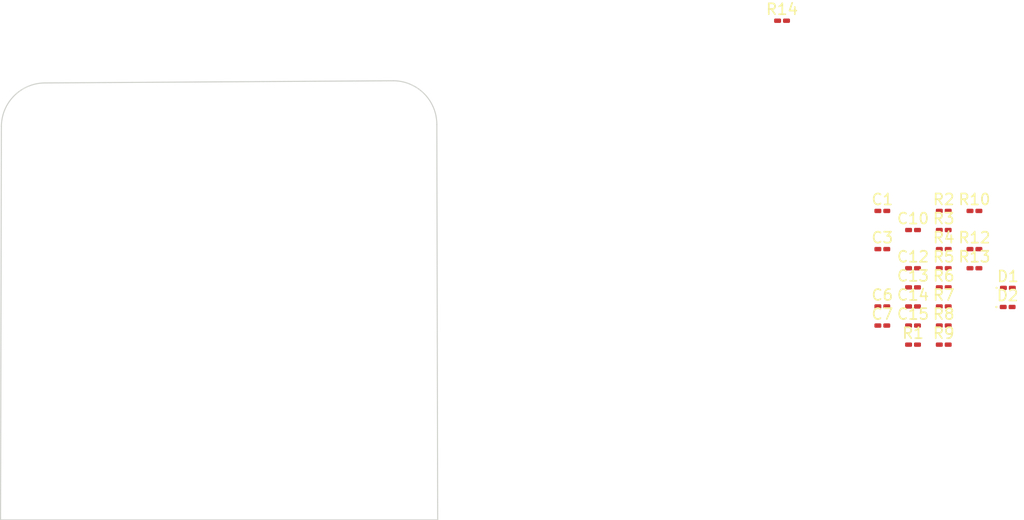
<source format=kicad_pcb>
(kicad_pcb (version 20221018) (generator pcbnew)
  (layers (0 "F.Cu" signal) (31 "B.Cu" signal) (34 "B.Paste" user) (35 "F.Paste" user) (36 "B.SilkS" user "B.Silkscreen") (37 "F.SilkS" user "F.Silkscreen") (38 "B.Mask" user) (39 "F.Mask" user) (44 "Edge.Cuts" user))
  (net 0 "")
  (net 1 "3.3v")
  (net 2 "VSS")
  (net 3 "Net-(U1-PF0)")
  (net 4 "Net-(C7-Pad1)")
  (net 5 "Net-(U2-C1P)")
  (net 6 "2.7v")
  (net 7 "Net-(D1-K)")
  (net 8 "SWDIO")
  (net 9 "Net-(D2-K)")
  (net 10 "SWCLK")
  (net 11 ".")
  (net 12 "..")
  (net 13 "...")
  (net 14 "Enter")
  (net 15 "....")
  (net 16 "HPS")
  (net 17 "Net-(U1-PF1)")
  (net 18 "Net-(U1-VDD)")
  (net 19 "Net-(U2-DVDD)")
  (net 20 "Net-(U3-ADJ)")
  (footprint "Capacitor_SMD:C_0201_0603Metric_Pad0.64x0.40mm_HandSolder" (layer "F.Cu") (at 240.496 84.45)
    (fp_text reference "C12" (at 0 -1.05) (layer "F.SilkS"))
    (fp_text value "1uF")
    (pad "1" smd roundrect (at -0.4075 0) (size 0.635 0.4) (layers "F.Cu" "F.Mask") (net 6 "2.7v"))
    (pad "2" smd roundrect (at 0.4075 0) (size 0.635 0.4) (layers "F.Cu" "F.Mask") (net 2 "VSS"))
  )
  (footprint "Resistor_SMD:R_0201_0603Metric_Pad0.64x0.40mm_HandSolder" (layer "F.Cu") (at 246.116 79.2)
    (fp_text reference "R10" (at 0 -1.05) (layer "F.SilkS"))
    (fp_text value "300")
    (pad "1" smd roundrect (at -0.4075 0) (size 0.635 0.4) (layers "F.Cu" "F.Mask") (net 19 "Net-(U2-DVDD)"))
    (pad "2" smd roundrect (at 0.4075 0) (size 0.635 0.4) (layers "F.Cu" "F.Mask") (net 6 "2.7v"))
  )
  (footprint "Resistor_SMD:R_0201_0603Metric_Pad0.64x0.40mm_HandSolder" (layer "F.Cu") (at 228.51 61.78)
    (fp_text reference "R14" (at 0 -1.05) (layer "F.SilkS"))
    (fp_text value "1k")
    (pad "1" smd roundrect (at -0.4075 0) (size 0.635 0.4) (layers "F.Cu" "F.Mask") (net 16 "HPS"))
    (pad "2" smd roundrect (at 0.4075 0) (size 0.635 0.4) (layers "F.Cu" "F.Mask") (net 1 "3.3v"))
  )
  (footprint "Resistor_SMD:R_0201_0603Metric_Pad0.64x0.40mm_HandSolder" (layer "F.Cu") (at 243.306 89.7)
    (fp_text reference "R8" (at 0 -1.05) (layer "F.SilkS"))
    (fp_text value "1k")
    (pad "1" smd roundrect (at -0.4075 0) (size 0.635 0.4) (layers "F.Cu" "F.Mask") (net 2 "VSS"))
    (pad "2" smd roundrect (at 0.4075 0) (size 0.635 0.4) (layers "F.Cu" "F.Mask") (net 9 "Net-(D2-K)"))
  )
  (footprint "Resistor_SMD:R_0201_0603Metric_Pad0.64x0.40mm_HandSolder" (layer "F.Cu") (at 243.306 79.2)
    (fp_text reference "R2" (at 0 -1.05) (layer "F.SilkS"))
    (fp_text value "1k")
    (pad "1" smd roundrect (at -0.4075 0) (size 0.635 0.4) (layers "F.Cu" "F.Mask") (net 1 "3.3v"))
    (pad "2" smd roundrect (at 0.4075 0) (size 0.635 0.4) (layers "F.Cu" "F.Mask") (net 11 "."))
  )
  (footprint "Resistor_SMD:R_0201_0603Metric_Pad0.64x0.40mm_HandSolder" (layer "F.Cu") (at 243.306 87.95)
    (fp_text reference "R7" (at 0 -1.05) (layer "F.SilkS"))
    (fp_text value "1k")
    (pad "1" smd roundrect (at -0.4075 0) (size 0.635 0.4) (layers "F.Cu" "F.Mask") (net 2 "VSS"))
    (pad "2" smd roundrect (at 0.4075 0) (size 0.635 0.4) (layers "F.Cu" "F.Mask") (net 7 "Net-(D1-K)"))
  )
  (footprint "Capacitor_SMD:C_0201_0603Metric_Pad0.64x0.40mm_HandSolder" (layer "F.Cu") (at 237.686 82.7)
    (fp_text reference "C3" (at 0 -1.05) (layer "F.SilkS"))
    (fp_text value "100nF")
    (pad "1" smd roundrect (at -0.4075 0) (size 0.635 0.4) (layers "F.Cu" "F.Mask") (net 2 "VSS"))
    (pad "2" smd roundrect (at 0.4075 0) (size 0.635 0.4) (layers "F.Cu" "F.Mask") (net 1 "3.3v"))
  )
  (footprint "Resistor_SMD:R_0201_0603Metric_Pad0.64x0.40mm_HandSolder" (layer "F.Cu") (at 240.496 91.45)
    (fp_text reference "R1" (at 0 -1.05) (layer "F.SilkS"))
    (fp_text value "200k")
    (pad "1" smd roundrect (at -0.4075 0) (size 0.635 0.4) (layers "F.Cu" "F.Mask") (net 17 "Net-(U1-PF1)"))
    (pad "2" smd roundrect (at 0.4075 0) (size 0.635 0.4) (layers "F.Cu" "F.Mask") (net 4 "Net-(C7-Pad1)"))
  )
  (footprint "Resistor_SMD:R_0201_0603Metric_Pad0.64x0.40mm_HandSolder" (layer "F.Cu") (at 243.306 84.45)
    (fp_text reference "R5" (at 0 -1.05) (layer "F.SilkS"))
    (fp_text value "1k")
    (pad "1" smd roundrect (at -0.4075 0) (size 0.635 0.4) (layers "F.Cu" "F.Mask") (net 1 "3.3v"))
    (pad "2" smd roundrect (at 0.4075 0) (size 0.635 0.4) (layers "F.Cu" "F.Mask") (net 15 "...."))
  )
  (footprint "Capacitor_SMD:C_0201_0603Metric_Pad0.64x0.40mm_HandSolder" (layer "F.Cu") (at 240.496 80.95)
    (fp_text reference "C10" (at 0 -1.05) (layer "F.SilkS"))
    (fp_text value "2.2uF")
    (pad "1" smd roundrect (at -0.4075 0) (size 0.635 0.4) (layers "F.Cu" "F.Mask") (net 2 "VSS"))
    (pad "2" smd roundrect (at 0.4075 0) (size 0.635 0.4) (layers "F.Cu" "F.Mask") (net 5 "Net-(U2-C1P)"))
  )
  (footprint "Capacitor_SMD:C_0201_0603Metric_Pad0.64x0.40mm_HandSolder" (layer "F.Cu") (at 237.686 87.95)
    (fp_text reference "C6" (at 0 -1.05) (layer "F.SilkS"))
    (fp_text value "15pf")
    (pad "1" smd roundrect (at -0.4075 0) (size 0.635 0.4) (layers "F.Cu" "F.Mask") (net 3 "Net-(U1-PF0)"))
    (pad "2" smd roundrect (at 0.4075 0) (size 0.635 0.4) (layers "F.Cu" "F.Mask") (net 2 "VSS"))
  )
  (footprint "Resistor_SMD:R_0201_0603Metric_Pad0.64x0.40mm_HandSolder" (layer "F.Cu") (at 243.306 91.45)
    (fp_text reference "R9" (at 0 -1.05) (layer "F.SilkS"))
    (fp_text value "47")
    (pad "1" smd roundrect (at -0.4075 0) (size 0.635 0.4) (layers "F.Cu" "F.Mask") (net 1 "3.3v"))
    (pad "2" smd roundrect (at 0.4075 0) (size 0.635 0.4) (layers "F.Cu" "F.Mask") (net 18 "Net-(U1-VDD)"))
  )
  (footprint "Capacitor_SMD:C_0201_0603Metric_Pad0.64x0.40mm_HandSolder" (layer "F.Cu") (at 240.496 86.2)
    (fp_text reference "C13" (at 0 -1.05) (layer "F.SilkS"))
    (fp_text value "1uF")
    (pad "1" smd roundrect (at -0.4075 0) (size 0.635 0.4) (layers "F.Cu" "F.Mask") (net 6 "2.7v"))
    (pad "2" smd roundrect (at 0.4075 0) (size 0.635 0.4) (layers "F.Cu" "F.Mask") (net 2 "VSS"))
  )
  (footprint "Resistor_SMD:R_0201_0603Metric_Pad0.64x0.40mm_HandSolder" (layer "F.Cu") (at 243.306 80.95)
    (fp_text reference "R3" (at 0 -1.05) (layer "F.SilkS"))
    (fp_text value "1k")
    (pad "1" smd roundrect (at -0.4075 0) (size 0.635 0.4) (layers "F.Cu" "F.Mask") (net 1 "3.3v"))
    (pad "2" smd roundrect (at 0.4075 0) (size 0.635 0.4) (layers "F.Cu" "F.Mask") (net 12 ".."))
  )
  (footprint "Capacitor_SMD:C_0201_0603Metric_Pad0.64x0.40mm_HandSolder" (layer "F.Cu") (at 240.496 89.7)
    (fp_text reference "C15" (at 0 -1.05) (layer "F.SilkS"))
    (fp_text value "0.7uF")
    (pad "1" smd roundrect (at -0.4075 0) (size 0.635 0.4) (layers "F.Cu" "F.Mask") (net 2 "VSS"))
    (pad "2" smd roundrect (at 0.4075 0) (size 0.635 0.4) (layers "F.Cu" "F.Mask") (net 6 "2.7v"))
  )
  (footprint "LED_SMD:LED_0201_0603Metric_Pad0.64x0.40mm_HandSolder" (layer "F.Cu") (at 249.174 86.25)
    (fp_text reference "D1" (at 0 -1.05) (layer "F.SilkS"))
    (fp_text value "LED")
    (fp_circle (center -1.035 0) (end -0.985 0) (stroke (width 0.1)) (fill none) (layer "F.SilkS"))
    (pad "1" smd roundrect (at -0.4075 0) (size 0.635 0.4) (layers "F.Cu" "F.Mask") (net 7 "Net-(D1-K)"))
    (pad "2" smd roundrect (at 0.4075 0) (size 0.635 0.4) (layers "F.Cu" "F.Mask") (net 8 "SWDIO"))
  )
  (footprint "Resistor_SMD:R_0201_0603Metric_Pad0.64x0.40mm_HandSolder" (layer "F.Cu") (at 243.306 86.2)
    (fp_text reference "R6" (at 0 -1.05) (layer "F.SilkS"))
    (fp_text value "1k")
    (pad "1" smd roundrect (at -0.4075 0) (size 0.635 0.4) (layers "F.Cu" "F.Mask") (net 1 "3.3v"))
    (pad "2" smd roundrect (at 0.4075 0) (size 0.635 0.4) (layers "F.Cu" "F.Mask") (net 14 "Enter"))
  )
  (footprint "Capacitor_SMD:C_0201_0603Metric_Pad0.64x0.40mm_HandSolder" (layer "F.Cu") (at 237.686 79.2)
    (fp_text reference "C1" (at 0 -1.05) (layer "F.SilkS"))
    (fp_text value "100nF")
    (pad "1" smd roundrect (at -0.4075 0) (size 0.635 0.4) (layers "F.Cu" "F.Mask") (net 1 "3.3v"))
    (pad "2" smd roundrect (at 0.4075 0) (size 0.635 0.4) (layers "F.Cu" "F.Mask") (net 2 "VSS"))
  )
  (footprint "Capacitor_SMD:C_0201_0603Metric_Pad0.64x0.40mm_HandSolder" (layer "F.Cu") (at 240.496 87.95)
    (fp_text reference "C14" (at 0 -1.05) (layer "F.SilkS"))
    (fp_text value "1uF")
    (pad "1" smd roundrect (at -0.4075 0) (size 0.635 0.4) (layers "F.Cu" "F.Mask") (net 2 "VSS"))
    (pad "2" smd roundrect (at 0.4075 0) (size 0.635 0.4) (layers "F.Cu" "F.Mask") (net 1 "3.3v"))
  )
  (footprint "Resistor_SMD:R_0201_0603Metric_Pad0.64x0.40mm_HandSolder" (layer "F.Cu") (at 246.116 82.7)
    (fp_text reference "R12" (at 0 -1.05) (layer "F.SilkS"))
    (fp_text value "500")
    (pad "1" smd roundrect (at -0.4075 0) (size 0.635 0.4) (layers "F.Cu" "F.Mask") (net 6 "2.7v"))
    (pad "2" smd roundrect (at 0.4075 0) (size 0.635 0.4) (layers "F.Cu" "F.Mask") (net 20 "Net-(U3-ADJ)"))
  )
  (footprint "Capacitor_SMD:C_0201_0603Metric_Pad0.64x0.40mm_HandSolder" (layer "F.Cu") (at 237.686 89.7)
    (fp_text reference "C7" (at 0 -1.05) (layer "F.SilkS"))
    (fp_text value "15pf")
    (pad "1" smd roundrect (at -0.4075 0) (size 0.635 0.4) (layers "F.Cu" "F.Mask") (net 4 "Net-(C7-Pad1)"))
    (pad "2" smd roundrect (at 0.4075 0) (size 0.635 0.4) (layers "F.Cu" "F.Mask") (net 2 "VSS"))
  )
  (footprint "Resistor_SMD:R_0201_0603Metric_Pad0.64x0.40mm_HandSolder" (layer "F.Cu") (at 246.116 84.45)
    (fp_text reference "R13" (at 0 -1.05) (layer "F.SilkS"))
    (fp_text value "357")
    (pad "1" smd roundrect (at -0.4075 0) (size 0.635 0.4) (layers "F.Cu" "F.Mask") (net 20 "Net-(U3-ADJ)"))
    (pad "2" smd roundrect (at 0.4075 0) (size 0.635 0.4) (layers "F.Cu" "F.Mask") (net 2 "VSS"))
  )
  (footprint "LED_SMD:LED_0201_0603Metric_Pad0.64x0.40mm_HandSolder" (layer "F.Cu") (at 249.156 88)
    (fp_text reference "D2" (at 0 -1.05) (layer "F.SilkS"))
    (fp_text value "LED")
    (fp_circle (center -1.035 0) (end -0.985 0) (stroke (width 0.1)) (fill none) (layer "F.SilkS"))
    (pad "1" smd roundrect (at -0.4075 0) (size 0.635 0.4) (layers "F.Cu" "F.Mask") (net 9 "Net-(D2-K)"))
    (pad "2" smd roundrect (at 0.4075 0) (size 0.635 0.4) (layers "F.Cu" "F.Mask") (net 10 "SWCLK"))
  )
  (footprint "Resistor_SMD:R_0201_0603Metric_Pad0.64x0.40mm_HandSolder" (layer "F.Cu") (at 243.306 82.7)
    (fp_text reference "R4" (at 0 -1.05) (layer "F.SilkS"))
    (fp_text value "1k")
    (pad "1" smd roundrect (at -0.4075 0) (size 0.635 0.4) (layers "F.Cu" "F.Mask") (net 1 "3.3v"))
    (pad "2" smd roundrect (at 0.4075 0) (size 0.635 0.4) (layers "F.Cu" "F.Mask") (net 13 "..."))
  )
  (gr_line (start 157 107.5) (end 157.078427 71.478427) (stroke (width 0.1)) (layer "Edge.Cuts"))
  (gr_arc (start 157.078427 71.478427) (mid 158.25 68.65) (end 161.078427 67.478427) (stroke (width 0.1)) (layer "Edge.Cuts"))
  (gr_line (start 197 107.5) (end 157 107.5) (stroke (width 0.1)) (layer "Edge.Cuts"))
  (gr_arc (start 192.921573 67.278427) (mid 195.75 68.45) (end 196.921573 71.278427) (stroke (width 0.1)) (layer "Edge.Cuts"))
  (gr_line (start 196.921573 71.278427) (end 197 107.5) (stroke (width 0.1)) (layer "Edge.Cuts"))
  (gr_line (start 161.078427 67.478427) (end 192.921573 67.278427) (stroke (width 0.1)) (layer "Edge.Cuts"))
)
</source>
